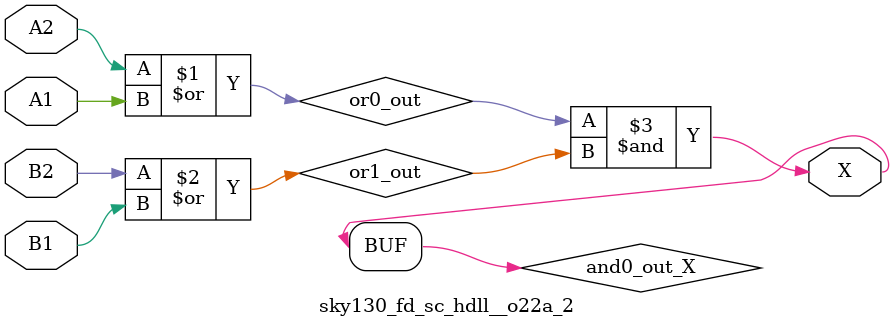
<source format=v>
/*
 * Copyright 2020 The SkyWater PDK Authors
 *
 * Licensed under the Apache License, Version 2.0 (the "License");
 * you may not use this file except in compliance with the License.
 * You may obtain a copy of the License at
 *
 *     https://www.apache.org/licenses/LICENSE-2.0
 *
 * Unless required by applicable law or agreed to in writing, software
 * distributed under the License is distributed on an "AS IS" BASIS,
 * WITHOUT WARRANTIES OR CONDITIONS OF ANY KIND, either express or implied.
 * See the License for the specific language governing permissions and
 * limitations under the License.
 *
 * SPDX-License-Identifier: Apache-2.0
*/


`ifndef SKY130_FD_SC_HDLL__O22A_2_FUNCTIONAL_V
`define SKY130_FD_SC_HDLL__O22A_2_FUNCTIONAL_V

/**
 * o22a: 2-input OR into both inputs of 2-input AND.
 *
 *       X = ((A1 | A2) & (B1 | B2))
 *
 * Verilog simulation functional model.
 */

`timescale 1ns / 1ps
`default_nettype none

`celldefine
module sky130_fd_sc_hdll__o22a_2 (
    X ,
    A1,
    A2,
    B1,
    B2
);

    // Module ports
    output X ;
    input  A1;
    input  A2;
    input  B1;
    input  B2;

    // Local signals
    wire or0_out   ;
    wire or1_out   ;
    wire and0_out_X;

    //  Name  Output      Other arguments
    or  or0  (or0_out   , A2, A1          );
    or  or1  (or1_out   , B2, B1          );
    and and0 (and0_out_X, or0_out, or1_out);
    buf buf0 (X         , and0_out_X      );

endmodule
`endcelldefine

`default_nettype wire
`endif  // SKY130_FD_SC_HDLL__O22A_2_FUNCTIONAL_V

</source>
